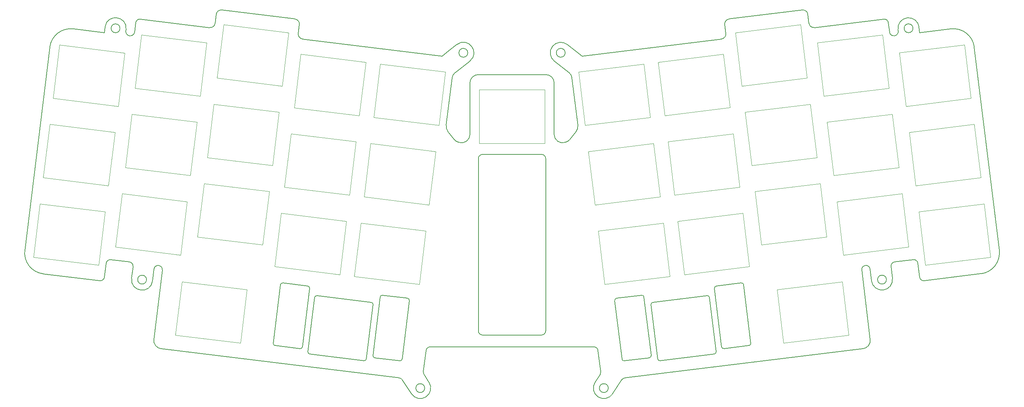
<source format=gm1>
G04 #@! TF.GenerationSoftware,KiCad,Pcbnew,7.0.7-7.0.7~ubuntu23.04.1*
G04 #@! TF.CreationDate,2023-09-15T04:48:05+00:00*
G04 #@! TF.ProjectId,plate_alps_mx,706c6174-655f-4616-9c70-735f6d782e6b,v0.1*
G04 #@! TF.SameCoordinates,PX8bd8a70PY50733a9*
G04 #@! TF.FileFunction,Profile,NP*
%FSLAX46Y46*%
G04 Gerber Fmt 4.6, Leading zero omitted, Abs format (unit mm)*
G04 Created by KiCad (PCBNEW 7.0.7-7.0.7~ubuntu23.04.1) date 2023-09-15 04:48:05*
%MOMM*%
%LPD*%
G01*
G04 APERTURE LIST*
G04 #@! TA.AperFunction,Profile*
%ADD10C,0.200000*%
G04 #@! TD*
G04 #@! TA.AperFunction,Profile*
%ADD11C,0.100000*%
G04 #@! TD*
G04 APERTURE END LIST*
D10*
X156649543Y-76358057D02*
G75*
G03*
X154649464Y-74358057I-2000043J-43D01*
G01*
X77682917Y-58995632D02*
X95052477Y-61128345D01*
X130002631Y-69966074D02*
X131579733Y-68733905D01*
X243493502Y-122541636D02*
G75*
G03*
X244607885Y-123412317I992598J121936D01*
G01*
X173443954Y-146544944D02*
X230025537Y-139597600D01*
X50197233Y-119273574D02*
X49795467Y-122545699D01*
X30863549Y-116191113D02*
G75*
G03*
X35216943Y-121763192I4962551J-609487D01*
G01*
X136609867Y-71143852D02*
G75*
G03*
X133525011Y-67208887I-1542467J1967452D01*
G01*
X166363422Y-147599714D02*
G75*
G03*
X170552210Y-150329837I2094378J-1365086D01*
G01*
X136117430Y-69176357D02*
G75*
G03*
X136117430Y-69176357I-1050000J0D01*
G01*
X56941164Y-64263313D02*
X57214602Y-62036336D01*
X51311653Y-118402862D02*
G75*
G03*
X50197234Y-119273574I-121953J-992438D01*
G01*
X133145981Y-73850042D02*
G75*
G03*
X132392239Y-75182360I1231119J-1575858D01*
G01*
X61558128Y-120668517D02*
X61215624Y-123457990D01*
X134018938Y-90502660D02*
G75*
G03*
X136639472Y-88601446I620562J1901260D01*
G01*
X122736741Y-150333918D02*
X120560880Y-146995520D01*
X55746721Y-65124164D02*
X55826748Y-65133990D01*
X258071990Y-121759108D02*
G75*
G03*
X262425377Y-116187055I-609190J4962608D01*
G01*
X96097289Y-62465643D02*
X95839839Y-64562398D01*
X230025536Y-139597589D02*
G75*
G03*
X231766889Y-137368768I-243736J1985089D01*
G01*
X127205790Y-139149902D02*
X166082638Y-139146364D01*
X243493469Y-122541640D02*
X243091703Y-119269515D01*
X54876034Y-64009747D02*
G75*
G03*
X55746721Y-65124163I992566J-121853D01*
G01*
X61522046Y-137372827D02*
X63543155Y-120912212D01*
X56595463Y-120059178D02*
G75*
G03*
X55724720Y-118944754I-992663J121778D01*
G01*
X56252893Y-122848643D02*
X56595397Y-120059170D01*
X217200710Y-62133147D02*
G75*
G03*
X218538067Y-63177949I1191290J146547D01*
G01*
X63263399Y-139601659D02*
X119844982Y-146549003D01*
X243356838Y-63035489D02*
G75*
G03*
X238368964Y-63647923I-2493938J-306211D01*
G01*
X232073312Y-123453931D02*
X231730808Y-120664458D01*
X196404283Y-65895631D02*
G75*
G03*
X197449097Y-64558339I-146083J1190931D01*
G01*
X161874004Y-87910742D02*
G75*
G03*
X162279494Y-86440288I-1579304J1226642D01*
G01*
X232073347Y-123453927D02*
G75*
G03*
X237036042Y-122844584I2481353J304627D01*
G01*
X160896714Y-75178299D02*
G75*
G03*
X160142927Y-73846019I-1984814J-243601D01*
G01*
X76088172Y-62137199D02*
X76345621Y-60040443D01*
X74750864Y-63182053D02*
G75*
G03*
X76088171Y-62137199I145936J1191453D01*
G01*
X95839848Y-64562399D02*
G75*
G03*
X96884652Y-65899695I1190852J-146401D01*
G01*
X96097284Y-62465642D02*
G75*
G03*
X95052475Y-61128345I-1191184J146142D01*
G01*
X159483049Y-90429149D02*
X159270023Y-90498678D01*
X256488493Y-67835015D02*
X262425377Y-116187055D01*
X159271506Y-69172298D02*
G75*
G03*
X159271506Y-69172298I-1050000J0D01*
G01*
X154640692Y-94348132D02*
X154640691Y-135348130D01*
X58329023Y-61165622D02*
G75*
G03*
X57214602Y-62036336I-121923J-992478D01*
G01*
X138639472Y-74358057D02*
X154649464Y-74358057D01*
X243523049Y-64389422D02*
X250916415Y-63481631D01*
X156649524Y-88597387D02*
G75*
G03*
X159270023Y-90498677I1999976J-13D01*
G01*
X153640692Y-136348133D02*
X139640692Y-136348133D01*
X54919971Y-63651982D02*
G75*
G03*
X49932129Y-63039552I-2493921J306212D01*
G01*
X132846859Y-89758620D02*
G75*
G03*
X133805887Y-90433207I1579441J1226420D01*
G01*
X218538067Y-63177950D02*
X234959918Y-61161600D01*
X56252895Y-122848643D02*
G75*
G03*
X61215624Y-123457990I2481365J-304667D01*
G01*
X131579733Y-68733905D02*
X133525011Y-67208884D01*
X138639472Y-74358072D02*
G75*
G03*
X136639472Y-76358057I28J-2000028D01*
G01*
X161709203Y-68729846D02*
X163286305Y-69962015D01*
X42372521Y-63485690D02*
X49765887Y-64393481D01*
X132846839Y-89758636D02*
X131414926Y-87914806D01*
X127205790Y-139149882D02*
G75*
G03*
X126214751Y-140017014I110J-1000018D01*
G01*
X237564220Y-118940724D02*
G75*
G03*
X236693540Y-120055111I121780J-992476D01*
G01*
X159763925Y-67204825D02*
X161709203Y-68729846D01*
X42372519Y-63485705D02*
G75*
G03*
X36800443Y-67839074I-609219J-4962895D01*
G01*
X58329018Y-61165659D02*
X74750869Y-63182009D01*
X138640767Y-135348132D02*
G75*
G03*
X139640692Y-136348133I1000233J232D01*
G01*
X197449097Y-64558339D02*
X197191647Y-62461584D01*
X236693539Y-120055111D02*
X237036043Y-122844584D01*
X235604679Y-123149257D02*
G75*
G03*
X235604679Y-123149257I-1050001J0D01*
G01*
X131009457Y-86444349D02*
G75*
G03*
X131414926Y-87914806I1984743J-243851D01*
G01*
X136609849Y-71143829D02*
X133146009Y-73850078D01*
X136639472Y-76358057D02*
X136639472Y-88601446D01*
X258071993Y-121759133D02*
X244607885Y-123412317D01*
X236074307Y-62032280D02*
G75*
G03*
X234959918Y-61161601I-992507J-121820D01*
G01*
X172728056Y-146991461D02*
X170552195Y-150329859D01*
X134018913Y-90502737D02*
X133805887Y-90433208D01*
X48681051Y-123416373D02*
G75*
G03*
X49795467Y-122545699I121849J992573D01*
G01*
X55826750Y-65133972D02*
G75*
G03*
X56941164Y-64263313I121850J992572D01*
G01*
X156649464Y-88597387D02*
X156649464Y-76358057D01*
X167073850Y-140013399D02*
X167747194Y-145032513D01*
X236347789Y-64259252D02*
G75*
G03*
X237462188Y-65129931I992611J121952D01*
G01*
X139640692Y-93348132D02*
X153640692Y-93348132D01*
X167073852Y-140013399D02*
G75*
G03*
X166082638Y-139146364I-991152J-133001D01*
G01*
X198236459Y-61124286D02*
X215606019Y-58991573D01*
X125881141Y-148968822D02*
G75*
G03*
X125881141Y-148968822I-1050001J0D01*
G01*
X241912885Y-63341708D02*
G75*
G03*
X241912885Y-63341708I-1050000J0D01*
G01*
X238368963Y-63647923D02*
X238412891Y-64005689D01*
X236074334Y-62032277D02*
X236347772Y-64259254D01*
X139640692Y-93348092D02*
G75*
G03*
X138640692Y-94348132I8J-1000008D01*
G01*
X256488543Y-67835009D02*
G75*
G03*
X250916415Y-63481632I-4962843J-609491D01*
G01*
X122736732Y-150333891D02*
G75*
G03*
X126925554Y-147603747I2094438J1365031D01*
G01*
X96884652Y-65899696D02*
X130002631Y-69966074D01*
X163286305Y-69962015D02*
X196404284Y-65895637D01*
X160896697Y-75178301D02*
X162279495Y-86440288D01*
X243091677Y-119269518D02*
G75*
G03*
X241977287Y-118398839I-992477J-121782D01*
G01*
X154640668Y-94348132D02*
G75*
G03*
X153640692Y-93348132I-999968J32D01*
G01*
X166363381Y-147599689D02*
X167593882Y-145711350D01*
X131009441Y-86444347D02*
X132392239Y-75182360D01*
X159763919Y-67204835D02*
G75*
G03*
X156679087Y-71139770I-1542419J-1967465D01*
G01*
X169507797Y-148964763D02*
G75*
G03*
X169507797Y-148964763I-1050001J0D01*
G01*
X48681051Y-123416376D02*
X35216943Y-121763192D01*
X237564216Y-118940695D02*
X241977287Y-118398838D01*
X51311649Y-118402897D02*
X55724720Y-118944754D01*
X125541773Y-145036576D02*
G75*
G03*
X125695054Y-145715409I991127J-132924D01*
G01*
X125695054Y-145715409D02*
X126925555Y-147603748D01*
X54876045Y-64009748D02*
X54919973Y-63651982D01*
X173443957Y-146544965D02*
G75*
G03*
X172728057Y-146991461I121843J-992535D01*
G01*
X216943315Y-60036384D02*
X217200764Y-62133140D01*
X231730816Y-120664421D02*
G75*
G03*
X229745781Y-120908153I-992516J-121879D01*
G01*
X243522605Y-64385805D02*
X243356807Y-63035493D01*
X167593876Y-145711346D02*
G75*
G03*
X167747194Y-145032513I-837776J545946D01*
G01*
X61522050Y-137372828D02*
G75*
G03*
X63263399Y-139601659I1985050J-243772D01*
G01*
X138640692Y-135348132D02*
X138640692Y-94348132D01*
X198236459Y-61124267D02*
G75*
G03*
X197191648Y-62461584I146341J-1191133D01*
G01*
X237462188Y-65129931D02*
X237542215Y-65120105D01*
X59784259Y-123153316D02*
G75*
G03*
X59784259Y-123153316I-1050001J0D01*
G01*
X125541742Y-145036572D02*
X126214750Y-140017014D01*
X161874010Y-87910747D02*
X160442097Y-89754577D01*
X120560891Y-146995513D02*
G75*
G03*
X119844982Y-146549003I-837791J-546087D01*
G01*
X160142927Y-73846019D02*
X156679087Y-71139770D01*
X53476051Y-63345767D02*
G75*
G03*
X53476051Y-63345767I-1050000J0D01*
G01*
X153640692Y-136348191D02*
G75*
G03*
X154640691Y-135348130I-92J1000091D01*
G01*
X30863559Y-116191114D02*
X36800443Y-67839074D01*
X49932129Y-63039552D02*
X49766331Y-64389864D01*
X216943396Y-60036375D02*
G75*
G03*
X215606019Y-58991574I-1191196J-146425D01*
G01*
X159483047Y-90429143D02*
G75*
G03*
X160442097Y-89754577I-620447J1901143D01*
G01*
X237542212Y-65120078D02*
G75*
G03*
X238412891Y-64005689I-121912J992578D01*
G01*
X229745781Y-120908153D02*
X231766890Y-137368768D01*
X63543082Y-120912203D02*
G75*
G03*
X61558132Y-120668481I-992482J121803D01*
G01*
X77682925Y-58995569D02*
G75*
G03*
X76345622Y-60040444I-146025J-1191331D01*
G01*
D11*
X78102360Y-62473854D02*
X93586080Y-64375016D01*
X93586080Y-64375016D02*
X92026152Y-77079606D01*
X92026152Y-77079606D02*
X76542432Y-75178444D01*
X76542432Y-75178444D02*
X78102360Y-62473854D01*
X94108348Y-88430472D02*
X109592068Y-90331634D01*
X109592068Y-90331634D02*
X108032140Y-103036224D01*
X108032140Y-103036224D02*
X92548420Y-101135062D01*
X92548420Y-101135062D02*
X94108348Y-88430472D01*
X236234897Y-77579798D02*
X220751177Y-79480960D01*
X220751177Y-79480960D02*
X219191249Y-66776370D01*
X219191249Y-66776370D02*
X234674969Y-64875208D01*
X234674969Y-64875208D02*
X236234897Y-77579798D01*
X226655226Y-136335224D02*
X211171506Y-138236386D01*
X211171506Y-138236386D02*
X209611578Y-125531796D01*
X209611578Y-125531796D02*
X225095298Y-123630634D01*
X225095298Y-123630634D02*
X226655226Y-136335224D01*
X58613951Y-64879242D02*
X74097671Y-66780404D01*
X74097671Y-66780404D02*
X72537743Y-79484994D01*
X72537743Y-79484994D02*
X57054023Y-77583832D01*
X57054023Y-77583832D02*
X58613951Y-64879242D01*
X219068100Y-94082410D02*
X203584380Y-95983572D01*
X203584380Y-95983572D02*
X202024452Y-83278982D01*
X202024452Y-83278982D02*
X217508172Y-81377820D01*
X217508172Y-81377820D02*
X219068100Y-94082410D01*
X260366526Y-117801198D02*
X244882806Y-119702360D01*
X244882806Y-119702360D02*
X243322878Y-106997770D01*
X243322878Y-106997770D02*
X258806598Y-105096608D01*
X258806598Y-105096608D02*
X260366526Y-117801198D01*
X34482322Y-105100642D02*
X49966042Y-107001804D01*
X49966042Y-107001804D02*
X48406114Y-119706394D01*
X48406114Y-119706394D02*
X32922394Y-117805232D01*
X32922394Y-117805232D02*
X34482322Y-105100642D01*
X36803938Y-86192639D02*
X52287658Y-88093801D01*
X52287658Y-88093801D02*
X50727730Y-100798391D01*
X50727730Y-100798391D02*
X35244010Y-98897229D01*
X35244010Y-98897229D02*
X36803938Y-86192639D01*
X39125544Y-67284633D02*
X54609264Y-69185795D01*
X54609264Y-69185795D02*
X53049336Y-81890385D01*
X53049336Y-81890385D02*
X37565616Y-79989223D01*
X37565616Y-79989223D02*
X39125544Y-67284633D01*
X91786737Y-107338476D02*
X107270457Y-109239638D01*
X107270457Y-109239638D02*
X105710529Y-121944228D01*
X105710529Y-121944228D02*
X90226809Y-120043066D01*
X90226809Y-120043066D02*
X91786737Y-107338476D01*
X181832493Y-103452638D02*
X166348773Y-105353800D01*
X166348773Y-105353800D02*
X164788845Y-92649210D01*
X164788845Y-92649210D02*
X180272565Y-90748048D01*
X180272565Y-90748048D02*
X181832493Y-103452638D01*
X203062111Y-120039032D02*
X187578391Y-121940194D01*
X187578391Y-121940194D02*
X186018463Y-109235604D01*
X186018463Y-109235604D02*
X201502183Y-107334442D01*
X201502183Y-107334442D02*
X203062111Y-120039032D01*
X238556506Y-96487806D02*
X223072786Y-98388968D01*
X223072786Y-98388968D02*
X221512858Y-85684378D01*
X221512858Y-85684378D02*
X236996578Y-83783216D01*
X236996578Y-83783216D02*
X238556506Y-96487806D01*
X113016355Y-90752082D02*
X128500075Y-92653244D01*
X128500075Y-92653244D02*
X126940147Y-105357834D01*
X126940147Y-105357834D02*
X111456427Y-103456672D01*
X111456427Y-103456672D02*
X113016355Y-90752082D01*
X73459138Y-100289863D02*
X88942858Y-102191025D01*
X88942858Y-102191025D02*
X87382930Y-114895615D01*
X87382930Y-114895615D02*
X71899210Y-112994453D01*
X71899210Y-112994453D02*
X73459138Y-100289863D01*
X110694742Y-109660087D02*
X126178462Y-111561249D01*
X126178462Y-111561249D02*
X124618534Y-124265839D01*
X124618534Y-124265839D02*
X109134814Y-122364677D01*
X109134814Y-122364677D02*
X110694742Y-109660087D01*
X53970731Y-102695255D02*
X69454451Y-104596417D01*
X69454451Y-104596417D02*
X67894523Y-117301007D01*
X67894523Y-117301007D02*
X52410803Y-115399845D01*
X52410803Y-115399845D02*
X53970731Y-102695255D01*
X96429959Y-69522466D02*
X111913679Y-71423628D01*
X111913679Y-71423628D02*
X110353751Y-84128218D01*
X110353751Y-84128218D02*
X94870031Y-82227056D01*
X94870031Y-82227056D02*
X96429959Y-69522466D01*
X75780748Y-81381854D02*
X91264468Y-83283016D01*
X91264468Y-83283016D02*
X89704540Y-95987606D01*
X89704540Y-95987606D02*
X74220820Y-94086444D01*
X74220820Y-94086444D02*
X75780748Y-81381854D01*
X255723304Y-79985189D02*
X240239584Y-81886351D01*
X240239584Y-81886351D02*
X238679656Y-69181761D01*
X238679656Y-69181761D02*
X254163376Y-67280599D01*
X254163376Y-67280599D02*
X255723304Y-79985189D01*
X240878117Y-115395812D02*
X225394397Y-117296974D01*
X225394397Y-117296974D02*
X223834469Y-104592384D01*
X223834469Y-104592384D02*
X239318189Y-102691222D01*
X239318189Y-102691222D02*
X240878117Y-115395812D01*
X68193622Y-123634668D02*
X83677342Y-125535830D01*
X83677342Y-125535830D02*
X82117414Y-138240420D01*
X82117414Y-138240420D02*
X66633694Y-136339258D01*
X66633694Y-136339258D02*
X68193622Y-123634668D01*
D10*
X201695234Y-124388028D02*
X203401406Y-138283673D01*
X202966066Y-138840881D02*
X197010789Y-139572097D01*
X195182748Y-124683906D02*
X201138025Y-123952690D01*
X196453582Y-139136760D02*
X194747411Y-125241114D01*
X193563867Y-127401453D02*
X195148170Y-140304554D01*
X194712830Y-140861761D02*
X181809730Y-142446062D01*
X180103561Y-128550416D02*
X193006660Y-126966116D01*
X181252524Y-142010725D02*
X179668221Y-129107624D01*
X177997201Y-127297782D02*
X179703373Y-141193427D01*
X179268034Y-141750634D02*
X173312759Y-142481850D01*
X171484717Y-127593657D02*
X177439993Y-126862441D01*
X172755551Y-142046511D02*
X171049380Y-128150865D01*
X202966066Y-138840881D02*
G75*
G03*
X203401406Y-138283673I-60880J496231D01*
G01*
X201695233Y-124388028D02*
G75*
G03*
X201138025Y-123952690I-496216J-60863D01*
G01*
X196453583Y-139136760D02*
G75*
G03*
X197010789Y-139572096I496327J61006D01*
G01*
X195182748Y-124683907D02*
G75*
G03*
X194747412Y-125241114I60987J-496312D01*
G01*
X194712831Y-140861762D02*
G75*
G03*
X195148170Y-140304554I-60883J496233D01*
G01*
X193563866Y-127401454D02*
G75*
G03*
X193006660Y-126966116I-496217J-60864D01*
G01*
X181252524Y-142010724D02*
G75*
G03*
X181809730Y-142446062I496359J61046D01*
G01*
X180103559Y-128550416D02*
G75*
G03*
X179668221Y-129107624I60991J-496317D01*
G01*
X179268034Y-141750634D02*
G75*
G03*
X179703373Y-141193427I-60880J496230D01*
G01*
X177997201Y-127297780D02*
G75*
G03*
X177439993Y-126862441I-496186J-60823D01*
G01*
X172755549Y-142046512D02*
G75*
G03*
X173312759Y-142481849I496360J61047D01*
G01*
X171484715Y-127593660D02*
G75*
G03*
X171049380Y-128150865I60992J-496314D01*
G01*
D11*
X198418889Y-82223022D02*
X182935169Y-84124184D01*
X182935169Y-84124184D02*
X181375241Y-71419594D01*
X181375241Y-71419594D02*
X196858961Y-69518432D01*
X196858961Y-69518432D02*
X198418889Y-82223022D01*
X56292342Y-83787250D02*
X71776062Y-85688412D01*
X71776062Y-85688412D02*
X70216134Y-98393002D01*
X70216134Y-98393002D02*
X54732414Y-96491840D01*
X54732414Y-96491840D02*
X56292342Y-83787250D01*
X216746488Y-75174410D02*
X201262768Y-77075572D01*
X201262768Y-77075572D02*
X199702840Y-64370982D01*
X199702840Y-64370982D02*
X215186560Y-62469820D01*
X215186560Y-62469820D02*
X216746488Y-75174410D01*
X115337963Y-71844076D02*
X130821683Y-73745238D01*
X130821683Y-73745238D02*
X129261755Y-86449828D01*
X129261755Y-86449828D02*
X113778035Y-84548666D01*
X113778035Y-84548666D02*
X115337963Y-71844076D01*
X179510885Y-84544632D02*
X164027165Y-86445794D01*
X164027165Y-86445794D02*
X162467237Y-73741204D01*
X162467237Y-73741204D02*
X177950957Y-71840042D01*
X177950957Y-71840042D02*
X179510885Y-84544632D01*
X200740500Y-101131028D02*
X185256780Y-103032190D01*
X185256780Y-103032190D02*
X183696852Y-90327600D01*
X183696852Y-90327600D02*
X199180572Y-88426438D01*
X199180572Y-88426438D02*
X200740500Y-101131028D01*
X258044910Y-98893195D02*
X242561190Y-100794357D01*
X242561190Y-100794357D02*
X241001262Y-88089767D01*
X241001262Y-88089767D02*
X256484982Y-86188605D01*
X256484982Y-86188605D02*
X258044910Y-98893195D01*
X221389710Y-112990419D02*
X205905990Y-114891581D01*
X205905990Y-114891581D02*
X204346062Y-102186991D01*
X204346062Y-102186991D02*
X219829782Y-100285829D01*
X219829782Y-100285829D02*
X221389710Y-112990419D01*
X184154106Y-122360643D02*
X168670386Y-124261805D01*
X168670386Y-124261805D02*
X167110458Y-111557215D01*
X167110458Y-111557215D02*
X182594178Y-109656053D01*
X182594178Y-109656053D02*
X184154106Y-122360643D01*
X138839472Y-77958057D02*
X154439472Y-77958057D01*
X154439472Y-77958057D02*
X154439472Y-90758057D01*
X154439472Y-90758057D02*
X138839472Y-90758057D01*
X138839472Y-90758057D02*
X138839472Y-77958057D01*
D10*
X122240139Y-128154973D02*
X120533969Y-142050619D01*
X119976760Y-142485957D02*
X114021483Y-141754741D01*
X115849522Y-126866549D02*
X121804799Y-127597765D01*
X113586145Y-141197534D02*
X115292315Y-127301888D01*
X113621295Y-129111731D02*
X112036994Y-142014832D01*
X111479785Y-142450169D02*
X98576685Y-140865868D01*
X100282858Y-126970222D02*
X113185957Y-128554524D01*
X98141348Y-140308661D02*
X99725648Y-127405560D01*
X98542106Y-125245222D02*
X96835936Y-139140867D01*
X96278728Y-139576205D02*
X90323452Y-138844989D01*
X92151491Y-123956796D02*
X98106767Y-124688012D01*
X89888114Y-138287781D02*
X91594285Y-124392135D01*
X119976760Y-142485955D02*
G75*
G03*
X120533968Y-142050619I60978J496218D01*
G01*
X122240139Y-128154973D02*
G75*
G03*
X121804799Y-127597765I-496202J60990D01*
G01*
X113586145Y-141197534D02*
G75*
G03*
X114021483Y-141754741I496343J-60879D01*
G01*
X115849522Y-126866549D02*
G75*
G03*
X115292316Y-127301888I-60893J-496325D01*
G01*
X111479786Y-142450170D02*
G75*
G03*
X112036993Y-142014832I60975J496221D01*
G01*
X113621294Y-129111732D02*
G75*
G03*
X113185957Y-128554525I-496201J60991D01*
G01*
X98141348Y-140308660D02*
G75*
G03*
X98576685Y-140865867I496383J-60848D01*
G01*
X100282856Y-126970222D02*
G75*
G03*
X99725648Y-127405560I-60891J-496329D01*
G01*
X96278728Y-139576206D02*
G75*
G03*
X96835935Y-139140867I60977J496219D01*
G01*
X98542105Y-125245220D02*
G75*
G03*
X98106767Y-124688013I-496161J61022D01*
G01*
X89888111Y-138287782D02*
G75*
G03*
X90323452Y-138844988I496385J-60846D01*
G01*
X92151489Y-123956799D02*
G75*
G03*
X91594285Y-124392135I-60890J-496326D01*
G01*
M02*

</source>
